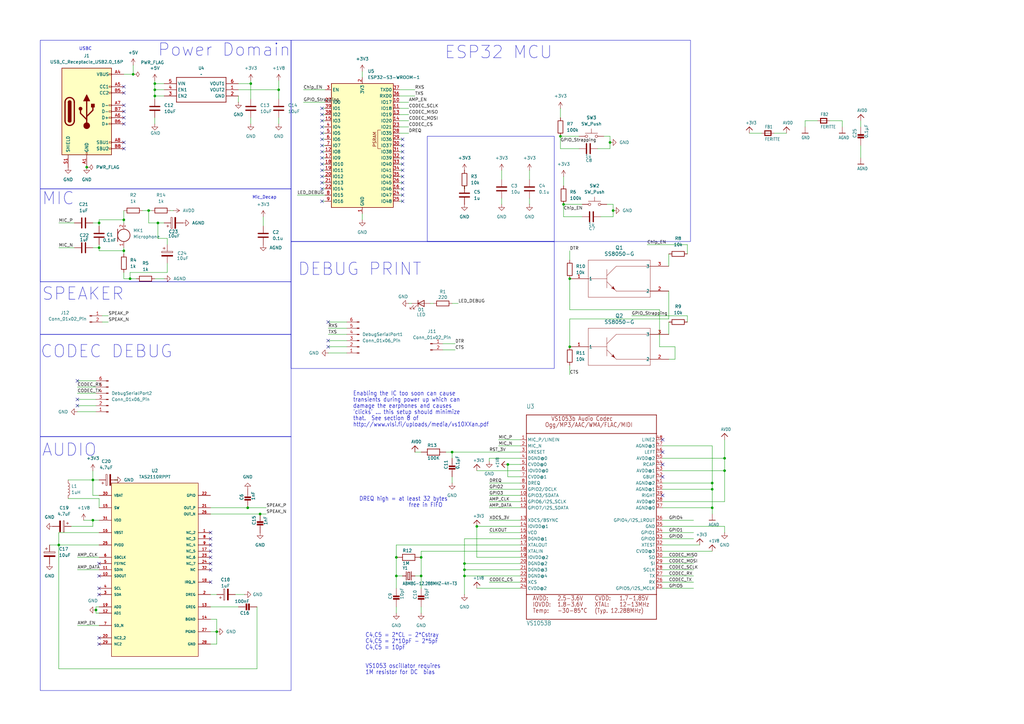
<source format=kicad_sch>
(kicad_sch (version 20231120) (generator "eeschema") (generator_version "8.0")
  (paper "A3")
  (junction (at 114.3 36.83))
  (junction (at 63.5 34.29))
  (junction (at 229.87 55.88))
  (junction (at 297.18 193.04))
  (junction (at 39.37 250.19))
  (junction (at 60.96 86.36))
  (junction (at 63.5 39.37))
  (junction (at 54.61 30.48))
  (junction (at 38.1 213.36))
  (junction (at 106.68 210.82))
  (junction (at 101.6 208.28))
  (junction (at 292.1 208.28))
  (junction (at 297.18 187.96))
  (junction (at 292.1 200.66))
  (junction (at 185.42 185.42))
  (junction (at 292.1 198.12))
  (junction (at 172.72 236.22))
  (junction (at 102.87 34.29))
  (junction (at 40.64 91.44))
  (junction (at 233.68 114.3))
  (junction (at 190.5 231.14))
  (junction (at 63.5 36.83))
  (junction (at 250.19 58.42))
  (junction (at 172.72 228.6))
  (junction (at 251.46 86.36))
  (junction (at 53.34 114.3))
  (junction (at 162.56 228.6))
  (junction (at 50.8 102.87))
  (junction (at 190.5 233.68))
  (junction (at 35.56 68.58))
  (junction (at 88.9 259.08))
  (junction (at 233.68 142.24))
  (junction (at 190.5 236.22))
  (junction (at 40.64 101.6))
  (junction (at 64.77 91.44))
  (junction (at 208.28 190.5))
  (junction (at 231.14 83.82))
  (junction (at 24.13 223.52))
  (junction (at 50.8 90.17))
  (junction (at 195.58 215.9))
  (junction (at 38.1 196.85))
  (junction (at 162.56 236.22))
  (no_connect (at 86.36 223.52))
  (no_connect (at 40.64 261.62))
  (no_connect (at 86.36 226.06))
  (no_connect (at 271.78 185.42))
  (no_connect (at 40.64 236.22))
  (no_connect (at 132.08 52.07))
  (no_connect (at 132.08 62.23))
  (no_connect (at 31.75 163.83))
  (no_connect (at 165.1 80.01))
  (no_connect (at 271.78 190.5))
  (no_connect (at 40.64 241.3))
  (no_connect (at 165.1 59.69))
  (no_connect (at 86.36 228.6))
  (no_connect (at 86.36 220.98))
  (no_connect (at 86.36 231.14))
  (no_connect (at 134.62 132.08))
  (no_connect (at 50.8 45.72))
  (no_connect (at 40.64 231.14))
  (no_connect (at 132.08 54.61))
  (no_connect (at 50.8 58.42))
  (no_connect (at 50.8 60.96))
  (no_connect (at 134.62 139.7))
  (no_connect (at 132.08 64.77))
  (no_connect (at 86.36 218.44))
  (no_connect (at 165.1 67.31))
  (no_connect (at 132.08 59.69))
  (no_connect (at 132.08 46.99))
  (no_connect (at 132.08 69.85))
  (no_connect (at 86.36 233.68))
  (no_connect (at 165.1 62.23))
  (no_connect (at 50.8 35.56))
  (no_connect (at 40.64 264.16))
  (no_connect (at 132.08 77.47))
  (no_connect (at 132.08 49.53))
  (no_connect (at 134.62 142.24))
  (no_connect (at 271.78 195.58))
  (no_connect (at 165.1 72.39))
  (no_connect (at 165.1 77.47))
  (no_connect (at 31.75 156.21))
  (no_connect (at 50.8 48.26))
  (no_connect (at 165.1 74.93))
  (no_connect (at 50.8 50.8))
  (no_connect (at 132.08 72.39))
  (no_connect (at 165.1 64.77))
  (no_connect (at 271.78 203.2))
  (no_connect (at 165.1 57.15))
  (no_connect (at 132.08 74.93))
  (no_connect (at 132.08 82.55))
  (no_connect (at 271.78 180.34))
  (no_connect (at 50.8 38.1))
  (no_connect (at 132.08 57.15))
  (no_connect (at 50.8 43.18))
  (no_connect (at 31.75 166.37))
  (no_connect (at 86.36 238.76))
  (no_connect (at 40.64 243.84))
  (no_connect (at 165.1 69.85))
  (no_connect (at 165.1 82.55))
  (no_connect (at 132.08 44.45))
  (no_connect (at 132.08 67.31))
  (wire (pts (xy 50.8 102.87) (xy 50.8 101.6)))
  (wire (pts (xy 185.42 185.42) (xy 185.42 187.96)) (stroke (width 0.1524)))
  (wire (pts (xy 245.11 60.96) (xy 250.19 60.96)))
  (wire (pts (xy 271.78 182.88) (xy 292.1 182.88)) (stroke (width 0.1524)))
  (wire (pts (xy 213.36 236.22) (xy 190.5 236.22)) (stroke (width 0.1524)))
  (wire (pts (xy 132.08 44.45) (xy 133.35 44.45)))
  (wire (pts (xy 68.58 107.95) (xy 68.58 111.76)))
  (wire (pts (xy 353.06 49.53) (xy 353.06 52.07)) (stroke (width 0.1524)))
  (wire (pts (xy 88.9 254) (xy 88.9 259.08)))
  (wire (pts (xy 271.78 200.66) (xy 292.1 200.66)) (stroke (width 0.1524)))
  (wire (pts (xy 132.08 72.39) (xy 133.35 72.39)))
  (wire (pts (xy 233.68 102.87) (xy 233.68 106.68)))
  (wire (pts (xy 233.68 130.81) (xy 274.32 130.81)))
  (wire (pts (xy 163.83 44.45) (xy 167.64 44.45)))
  (wire (pts (xy 38.1 196.85) (xy 38.1 203.2)))
  (wire (pts (xy 148.59 29.21) (xy 148.59 31.75)))
  (wire (pts (xy 271.78 236.22) (xy 284.48 236.22)) (stroke (width 0.1524)))
  (wire (pts (xy 50.8 90.17) (xy 50.8 91.44)))
  (wire (pts (xy 292.1 182.88) (xy 292.1 198.12)) (stroke (width 0.1524)))
  (wire (pts (xy 106.68 210.82) (xy 109.22 210.82)))
  (wire (pts (xy 24.13 91.44) (xy 30.48 91.44)))
  (wire (pts (xy 134.62 132.08) (xy 142.24 132.08)))
  (wire (pts (xy 163.83 72.39) (xy 165.1 72.39)))
  (wire (pts (xy 63.5 34.29) (xy 67.31 34.29)))
  (wire (pts (xy 163.83 46.99) (xy 167.64 46.99)))
  (wire (pts (xy 148.59 87.63) (xy 148.59 90.17)))
  (wire (pts (xy 163.83 64.77) (xy 165.1 64.77)))
  (wire (pts (xy 213.36 231.14) (xy 190.5 231.14)) (stroke (width 0.1524)))
  (wire (pts (xy 167.64 124.46) (xy 168.91 124.46)))
  (wire (pts (xy 53.34 111.76) (xy 68.58 111.76)))
  (wire (pts (xy 34.29 213.36) (xy 38.1 213.36)))
  (wire (pts (xy 213.36 238.76) (xy 200.66 238.76)) (stroke (width 0.1524)))
  (wire (pts (xy 40.64 91.44) (xy 40.64 90.17)))
  (wire (pts (xy 31.75 163.83) (xy 39.37 163.83)))
  (wire (pts (xy 250.19 58.42) (xy 250.19 55.88)))
  (wire (pts (xy 213.36 205.74) (xy 200.66 205.74)) (stroke (width 0.1524)))
  (wire (pts (xy 190.5 77.47) (xy 190.5 76.2)))
  (wire (pts (xy 24.13 101.6) (xy 30.48 101.6)))
  (wire (pts (xy 63.5 34.29) (xy 63.5 36.83)))
  (wire (pts (xy 297.18 193.04) (xy 297.18 205.74)) (stroke (width 0.1524)))
  (wire (pts (xy 297.18 187.96) (xy 297.18 193.04)) (stroke (width 0.1524)))
  (wire (pts (xy 40.64 101.6) (xy 40.64 102.87)))
  (wire (pts (xy 107.95 88.9) (xy 107.95 92.71)))
  (wire (pts (xy 38.1 215.9) (xy 38.1 213.36)))
  (wire (pts (xy 24.13 223.52) (xy 24.13 274.32)))
  (wire (pts (xy 229.87 55.88) (xy 229.87 60.96)))
  (wire (pts (xy 163.83 62.23) (xy 165.1 62.23)))
  (wire (pts (xy 114.3 48.26) (xy 114.3 50.8)))
  (wire (pts (xy 292.1 198.12) (xy 292.1 200.66)) (stroke (width 0.1524)))
  (wire (pts (xy 121.92 80.01) (xy 133.35 80.01)))
  (wire (pts (xy 31.75 156.21) (xy 39.37 156.21)))
  (wire (pts (xy 63.5 48.26) (xy 63.5 50.8)))
  (wire (pts (xy 101.6 208.28) (xy 109.22 208.28)))
  (wire (pts (xy 24.13 218.44) (xy 24.13 223.52)))
  (wire (pts (xy 60.96 86.36) (xy 60.96 91.44)))
  (wire (pts (xy 134.62 134.62) (xy 142.24 134.62)))
  (wire (pts (xy 27.94 204.47) (xy 40.64 204.47)))
  (wire (pts (xy 170.18 236.22) (xy 172.72 236.22)) (stroke (width 0.1524)))
  (wire (pts (xy 205.74 69.85) (xy 205.74 73.66)))
  (wire (pts (xy 88.9 259.08) (xy 88.9 264.16)))
  (wire (pts (xy 181.61 143.51) (xy 186.69 143.51)))
  (wire (pts (xy 50.8 86.36) (xy 50.8 90.17)))
  (wire (pts (xy 24.13 274.32) (xy 105.41 274.32)))
  (wire (pts (xy 20.32 223.52) (xy 24.13 223.52)))
  (wire (pts (xy 163.83 59.69) (xy 165.1 59.69)))
  (wire (pts (xy 132.08 64.77) (xy 133.35 64.77)))
  (wire (pts (xy 205.74 83.82) (xy 205.74 81.28)))
  (wire (pts (xy 250.19 55.88) (xy 247.65 55.88)))
  (wire (pts (xy 176.53 124.46) (xy 177.8 124.46)))
  (wire (pts (xy 213.36 198.12) (xy 200.66 198.12)) (stroke (width 0.1524)))
  (wire (pts (xy 63.5 114.3) (xy 67.31 114.3)))
  (wire (pts (xy 40.64 248.92) (xy 39.37 248.92)))
  (wire (pts (xy 190.5 236.22) (xy 190.5 243.84)) (stroke (width 0.1524)))
  (wire (pts (xy 213.36 233.68) (xy 190.5 233.68)) (stroke (width 0.1524)))
  (wire (pts (xy 40.64 102.87) (xy 50.8 102.87)))
  (wire (pts (xy 132.08 62.23) (xy 133.35 62.23)))
  (wire (pts (xy 163.83 67.31) (xy 165.1 67.31)))
  (wire (pts (xy 200.66 187.96) (xy 200.66 189.23)) (stroke (width 0.1524)))
  (wire (pts (xy 195.58 228.6) (xy 195.58 215.9)) (stroke (width 0.1524)))
  (wire (pts (xy 251.46 86.36) (xy 251.46 83.82)))
  (wire (pts (xy 132.08 77.47) (xy 133.35 77.47)))
  (wire (pts (xy 31.75 161.29) (xy 39.37 161.29)))
  (wire (pts (xy 353.06 59.69) (xy 353.06 64.77)) (stroke (width 0.1524)))
  (wire (pts (xy 345.44 49.53) (xy 345.44 52.07)) (stroke (width 0.1524)))
  (wire (pts (xy 97.79 36.83) (xy 114.3 36.83)))
  (wire (pts (xy 64.77 91.44) (xy 67.31 91.44)))
  (wire (pts (xy 86.36 248.92) (xy 97.79 248.92)))
  (wire (pts (xy 163.83 49.53) (xy 167.64 49.53)))
  (wire (pts (xy 63.5 33.02) (xy 63.5 34.29)))
  (wire (pts (xy 265.43 100.33) (xy 281.94 100.33)))
  (wire (pts (xy 163.83 54.61) (xy 167.64 54.61)))
  (wire (pts (xy 71.12 86.36) (xy 69.85 86.36)))
  (wire (pts (xy 162.56 223.52) (xy 162.56 228.6)) (stroke (width 0.1524)))
  (wire (pts (xy 114.3 33.02) (xy 114.3 36.83)))
  (wire (pts (xy 204.47 182.88) (xy 213.36 182.88)))
  (wire (pts (xy 41.91 129.54) (xy 44.45 129.54)))
  (wire (pts (xy 271.78 238.76) (xy 284.48 238.76)) (stroke (width 0.1524)))
  (wire (pts (xy 213.36 218.44) (xy 200.66 218.44)) (stroke (width 0.1524)))
  (wire (pts (xy 165.1 236.22) (xy 162.56 236.22)) (stroke (width 0.1524)))
  (wire (pts (xy 233.68 142.24) (xy 233.68 130.81)))
  (wire (pts (xy 68.58 100.33) (xy 68.58 97.79)))
  (wire (pts (xy 162.56 236.22) (xy 162.56 241.3)) (stroke (width 0.1524)))
  (wire (pts (xy 246.38 88.9) (xy 251.46 88.9)))
  (wire (pts (xy 86.36 210.82) (xy 106.68 210.82)))
  (wire (pts (xy 132.08 67.31) (xy 133.35 67.31)))
  (wire (pts (xy 132.08 57.15) (xy 133.35 57.15)))
  (wire (pts (xy 317.5 54.61) (xy 322.58 54.61)) (stroke (width 0.1524)))
  (wire (pts (xy 231.14 83.82) (xy 231.14 88.9)))
  (wire (pts (xy 271.78 228.6) (xy 284.48 228.6)) (stroke (width 0.1524)))
  (wire (pts (xy 172.72 236.22) (xy 172.72 241.3)) (stroke (width 0.1524)))
  (wire (pts (xy 229.87 55.88) (xy 237.49 55.88)))
  (wire (pts (xy 271.78 193.04) (xy 297.18 193.04)) (stroke (width 0.1524)))
  (wire (pts (xy 271.78 187.96) (xy 297.18 187.96)) (stroke (width 0.1524)))
  (wire (pts (xy 40.64 218.44) (xy 24.13 218.44)))
  (wire (pts (xy 259.08 129.54) (xy 281.94 129.54)))
  (wire (pts (xy 41.91 132.08) (xy 44.45 132.08)))
  (wire (pts (xy 163.83 57.15) (xy 165.1 57.15)))
  (wire (pts (xy 213.36 193.04) (xy 195.58 193.04)) (stroke (width 0.1524)))
  (wire (pts (xy 162.56 228.6) (xy 162.56 236.22)) (stroke (width 0.1524)))
  (wire (pts (xy 251.46 88.9) (xy 251.46 86.36)))
  (wire (pts (xy 86.36 254) (xy 88.9 254)))
  (wire (pts (xy 229.87 60.96) (xy 237.49 60.96)))
  (wire (pts (xy 102.87 48.26) (xy 102.87 50.8)))
  (wire (pts (xy 271.78 223.52) (xy 287.02 223.52)) (stroke (width 0.1524)))
  (wire (pts (xy 213.36 220.98) (xy 190.5 220.98)) (stroke (width 0.1524)))
  (wire (pts (xy 50.8 104.14) (xy 50.8 102.87)))
  (wire (pts (xy 40.64 92.71) (xy 40.64 91.44)))
  (wire (pts (xy 31.75 158.75) (xy 39.37 158.75)))
  (wire (pts (xy 63.5 36.83) (xy 67.31 36.83)))
  (wire (pts (xy 46.99 196.85) (xy 48.26 196.85)))
  (wire (pts (xy 63.5 39.37) (xy 63.5 40.64)))
  (wire (pts (xy 281.94 100.33) (xy 281.94 104.14)))
  (wire (pts (xy 40.64 90.17) (xy 50.8 90.17)))
  (wire (pts (xy 213.36 200.66) (xy 200.66 200.66)) (stroke (width 0.1524)))
  (wire (pts (xy 31.75 233.68) (xy 40.64 233.68)))
  (wire (pts (xy 233.68 149.86) (xy 233.68 153.67)))
  (wire (pts (xy 64.77 91.44) (xy 64.77 97.79)))
  (wire (pts (xy 271.78 208.28) (xy 292.1 208.28)) (stroke (width 0.1524)))
  (wire (pts (xy 134.62 144.78) (xy 142.24 144.78)))
  (wire (pts (xy 274.32 130.81) (xy 274.32 119.38)))
  (wire (pts (xy 208.28 195.58) (xy 208.28 190.5)) (stroke (width 0.1524)))
  (wire (pts (xy 40.64 196.85) (xy 38.1 196.85)))
  (wire (pts (xy 204.47 180.34) (xy 213.36 180.34)))
  (wire (pts (xy 231.14 88.9) (xy 238.76 88.9)))
  (wire (pts (xy 330.2 49.53) (xy 335.28 49.53)) (stroke (width 0.1524)))
  (wire (pts (xy 172.72 226.06) (xy 172.72 228.6)) (stroke (width 0.1524)))
  (wire (pts (xy 233.68 127) (xy 270.51 127)))
  (wire (pts (xy 271.78 226.06) (xy 292.1 226.06)) (stroke (width 0.1524)))
  (wire (pts (xy 271.78 220.98) (xy 284.48 220.98)) (stroke (width 0.1524)))
  (wire (pts (xy 40.64 101.6) (xy 40.64 100.33)))
  (wire (pts (xy 162.56 248.92) (xy 162.56 251.46)) (stroke (width 0.1524)))
  (wire (pts (xy 62.23 86.36) (xy 60.96 86.36)))
  (wire (pts (xy 213.36 241.3) (xy 195.58 241.3)) (stroke (width 0.1524)))
  (wire (pts (xy 132.08 74.93) (xy 133.35 74.93)))
  (wire (pts (xy 274.32 104.14) (xy 274.32 109.22)))
  (wire (pts (xy 213.36 190.5) (xy 208.28 190.5)) (stroke (width 0.1524)))
  (wire (pts (xy 271.78 198.12) (xy 292.1 198.12)) (stroke (width 0.1524)))
  (wire (pts (xy 276.86 142.24) (xy 276.86 147.32)))
  (wire (pts (xy 231.14 72.39) (xy 231.14 76.2)))
  (wire (pts (xy 60.96 91.44) (xy 64.77 91.44)))
  (wire (pts (xy 132.08 82.55) (xy 133.35 82.55)))
  (wire (pts (xy 31.75 166.37) (xy 39.37 166.37)))
  (wire (pts (xy 132.08 52.07) (xy 133.35 52.07)))
  (wire (pts (xy 213.36 185.42) (xy 185.42 185.42)) (stroke (width 0.1524)))
  (wire (pts (xy 97.79 39.37) (xy 97.79 41.91)))
  (wire (pts (xy 31.75 168.91) (xy 39.37 168.91)))
  (wire (pts (xy 29.21 215.9) (xy 38.1 215.9)))
  (wire (pts (xy 233.68 114.3) (xy 233.68 127)))
  (wire (pts (xy 213.36 187.96) (xy 200.66 187.96)) (stroke (width 0.1524)))
  (wire (pts (xy 132.08 59.69) (xy 133.35 59.69)))
  (wire (pts (xy 102.87 33.02) (xy 102.87 34.29)))
  (wire (pts (xy 213.36 223.52) (xy 162.56 223.52)) (stroke (width 0.1524)))
  (wire (pts (xy 190.5 220.98) (xy 190.5 231.14)) (stroke (width 0.1524)))
  (wire (pts (xy 132.08 54.61) (xy 133.35 54.61)))
  (wire (pts (xy 63.5 39.37) (xy 67.31 39.37)))
  (wire (pts (xy 31.75 256.54) (xy 40.64 256.54)))
  (wire (pts (xy 281.94 129.54) (xy 281.94 132.08)))
  (wire (pts (xy 163.83 80.01) (xy 165.1 80.01)))
  (wire (pts (xy 163.83 74.93) (xy 165.1 74.93)))
  (wire (pts (xy 40.64 251.46) (xy 39.37 251.46)))
  (wire (pts (xy 271.78 213.36) (xy 284.48 213.36)) (stroke (width 0.1524)))
  (wire (pts (xy 53.34 114.3) (xy 53.34 111.76)))
  (wire (pts (xy 132.08 69.85) (xy 133.35 69.85)))
  (wire (pts (xy 54.61 26.67) (xy 54.61 30.48)))
  (wire (pts (xy 124.46 36.83) (xy 133.35 36.83)))
  (wire (pts (xy 86.36 264.16) (xy 88.9 264.16)))
  (wire (pts (xy 24.13 223.52) (xy 40.64 223.52)))
  (wire (pts (xy 114.3 36.83) (xy 114.3 40.64)))
  (wire (pts (xy 39.37 248.92) (xy 39.37 250.19)))
  (wire (pts (xy 270.51 127) (xy 270.51 142.24)))
  (wire (pts (xy 217.17 83.82) (xy 217.17 81.28)))
  (wire (pts (xy 250.19 60.96) (xy 250.19 58.42)))
  (wire (pts (xy 292.1 200.66) (xy 292.1 208.28)) (stroke (width 0.1524)))
  (wire (pts (xy 134.62 139.7) (xy 142.24 139.7)))
  (wire (pts (xy 63.5 36.83) (xy 63.5 39.37)))
  (wire (pts (xy 134.62 137.16) (xy 142.24 137.16)))
  (wire (pts (xy 163.83 39.37) (xy 170.18 39.37)))
  (wire (pts (xy 163.83 52.07) (xy 167.64 52.07)))
  (wire (pts (xy 163.83 36.83) (xy 170.18 36.83)))
  (wire (pts (xy 213.36 208.28) (xy 200.66 208.28)) (stroke (width 0.1524)))
  (wire (pts (xy 276.86 147.32) (xy 274.32 147.32)))
  (wire (pts (xy 185.42 185.42) (xy 182.88 185.42)) (stroke (width 0.1524)))
  (wire (pts (xy 217.17 69.85) (xy 217.17 73.66)))
  (wire (pts (xy 292.1 208.28) (xy 292.1 210.82)) (stroke (width 0.1524)))
  (wire (pts (xy 38.1 193.04) (xy 38.1 196.85)))
  (wire (pts (xy 27.94 196.85) (xy 38.1 196.85)))
  (wire (pts (xy 132.08 46.99) (xy 133.35 46.99)))
  (wire (pts (xy 60.96 86.36) (xy 58.42 86.36)))
  (wire (pts (xy 163.83 82.55) (xy 165.1 82.55)))
  (wire (pts (xy 172.72 185.42) (xy 170.18 185.42)) (stroke (width 0.1524)))
  (wire (pts (xy 213.36 195.58) (xy 208.28 195.58)) (stroke (width 0.1524)))
  (wire (pts (xy 213.36 226.06) (xy 172.72 226.06)) (stroke (width 0.1524)))
  (wire (pts (xy 271.78 215.9) (xy 297.18 215.9)) (stroke (width 0.1524)))
  (wire (pts (xy 163.83 41.91) (xy 167.64 41.91)))
  (wire (pts (xy 132.08 49.53) (xy 133.35 49.53)))
  (wire (pts (xy 229.87 44.45) (xy 229.87 48.26)))
  (wire (pts (xy 172.72 248.92) (xy 172.72 251.46)) (stroke (width 0.1524)))
  (wire (pts (xy 340.36 49.53) (xy 345.44 49.53)) (stroke (width 0.1524)))
  (wire (pts (xy 39.37 251.46) (xy 39.37 250.19)))
  (wire (pts (xy 270.51 142.24) (xy 276.86 142.24)))
  (wire (pts (xy 31.75 228.6) (xy 40.64 228.6)))
  (wire (pts (xy 190.5 233.68) (xy 190.5 236.22)) (stroke (width 0.1524)))
  (wire (pts (xy 86.36 259.08) (xy 88.9 259.08)))
  (wire (pts (xy 271.78 241.3) (xy 284.48 241.3)) (stroke (width 0.1524)))
  (wire (pts (xy 297.18 215.9) (xy 297.18 218.44)) (stroke (width 0.1524)))
  (wire (pts (xy 251.46 83.82) (xy 248.92 83.82)))
  (wire (pts (xy 86.36 243.84) (xy 88.9 243.84)))
  (wire (pts (xy 271.78 218.44) (xy 284.48 218.44)) (stroke (width 0.1524)))
  (wire (pts (xy 297.18 180.34) (xy 297.18 187.96)) (stroke (width 0.1524)))
  (wire (pts (xy 213.36 228.6) (xy 195.58 228.6)) (stroke (width 0.1524)))
  (wire (pts (xy 190.5 231.14) (xy 190.5 233.68)) (stroke (width 0.1524)))
  (wire (pts (xy 50.8 111.76) (xy 50.8 114.3)))
  (wire (pts (xy 213.36 215.9) (xy 195.58 215.9)) (stroke (width 0.1524)))
  (wire (pts (xy 185.42 124.46) (xy 187.96 124.46)))
  (wire (pts (xy 53.34 114.3) (xy 55.88 114.3)))
  (wire (pts (xy 40.64 208.28) (xy 40.64 204.47)))
  (wire (pts (xy 185.42 195.58) (xy 185.42 198.12)) (stroke (width 0.1524)))
  (wire (pts (xy 307.34 54.61) (xy 312.42 54.61)) (stroke (width 0.1524)))
  (wire (pts (xy 96.52 243.84) (xy 100.33 243.84)))
  (wire (pts (xy 50.8 114.3) (xy 53.34 114.3)))
  (wire (pts (xy 38.1 203.2) (xy 40.64 203.2)))
  (wire (pts (xy 134.62 142.24) (xy 142.24 142.24)))
  (wire (pts (xy 54.61 30.48) (xy 50.8 30.48)))
  (wire (pts (xy 271.78 233.68) (xy 284.48 233.68)) (stroke (width 0.1524)))
  (wire (pts (xy 271.78 205.74) (xy 297.18 205.74)) (stroke (width 0.1524)))
  (wire (pts (xy 163.83 69.85) (xy 165.1 69.85)))
  (wire (pts (xy 38.1 91.44) (xy 40.64 91.44)))
  (wire (pts (xy 68.58 97.79) (xy 64.77 97.79)))
  (wire (pts (xy 330.2 52.07) (xy 330.2 49.53)) (stroke (width 0.1524)))
  (wire (pts (xy 124.46 41.91) (xy 133.35 41.91)))
  (wire (pts (xy 163.83 77.47) (xy 165.1 77.47)))
  (wire (pts (xy 102.87 34.29) (xy 102.87 40.64)))
  (wire (pts (xy 38.1 213.36) (xy 40.64 213.36)))
  (wire (pts (xy 271.78 231.14) (xy 284.48 231.14)) (stroke (width 0.1524)))
  (wire (pts (xy 274.32 132.08) (xy 274.32 137.16)))
  (wire (pts (xy 213.36 213.36) (xy 200.66 213.36)) (stroke (width 0.1524)))
  (wire (pts (xy 86.36 208.28) (xy 101.6 208.28)))
  (wire (pts (xy 97.79 34.29) (xy 102.87 34.29)))
  (wire (pts (xy 105.41 248.92) (xy 105.41 274.32)))
  (wire (pts (xy 231.14 83.82) (xy 238.76 83.82)))
  (wire (pts (xy 181.61 140.97) (xy 186.69 140.97)))
  (wire (pts (xy 38.1 101.6) (xy 40.64 101.6)))
  (wire (pts (xy 172.72 228.6) (xy 172.72 236.22)) (stroke (width 0.1524)))
  (wire (pts (xy 213.36 203.2) (xy 200.66 203.2)) (stroke (width 0.1524)))
  (rectangle (start 16.51 77.47) (end 119.38 115.57))
  (rectangle (start 16.51 179.07) (end 119.38 283.21))
  (rectangle (start 119.38 16.51) (end 283.21 99.06))
  (rectangle (start 16.51 115.57) (end 119.38 137.16))
  (rectangle (start 16.51 137.16) (end 119.38 179.07))
  (rectangle (start 16.51 16.51) (end 119.38 77.47))
  (rectangle (start 119.38 99.06) (end 227.33 151.13))
  (rectangle (start 175.26 55.88) (end 227.33 99.06))
  (rectangle (start 16.51 106.68) (end 16.51 115.57))
  (text "VS1053 oscillator requires" (at 149.86 274.32 0) (effects (font (size 1.778 1.5113)) (justify left bottom)))
  (text "SPEAKER" (at 34.036 120.65 0) (effects (font (size 5.08 5.08))))
  (text "AUDIO\n" (at 28.448 184.658 0) (effects (font (size 5.08 5.08))))
  (text "Mic_Decap" (at 108.458 81.026 0) (effects (font (size 1.27 1.27))))
  (text "Power Domain" (at 91.948 20.574 0) (effects (font (size 5.08 5.08))))
  (text "transients during power up which can" (at 144.78 165.1 0) (effects (font (size 1.778 1.5113)) (justify left bottom)))
  (text "DREQ high = at least 32 bytes" (at 147.32 205.74 0) (effects (font (size 1.778 1.5113)) (justify left bottom)))
  (text "C4,C5 = 2*CL - 2*Cstray" (at 149.86 261.62 0) (effects (font (size 1.778 1.5113)) (justify left bottom)))
  (text "Enabling the IC too soon can cause" (at 144.78 162.56 0) (effects (font (size 1.778 1.5113)) (justify left bottom)))
  (text "CODEC DEBUG" (at 43.688 144.272 0) (effects (font (size 5.08 5.08))))
  (text "USBC" (at 35.052 20.066 0) (effects (font (size 1.27 1.27))))
  (text "ESP32 MCU" (at 204.47 21.59 0) (effects (font (size 5.08 5.08))))
  (text "MIC" (at 23.876 81.534 0) (effects (font (size 5.08 5.08))))
  (text "1M resistor for DC  bias" (at 149.86 276.86 0) (effects (font (size 1.778 1.5113)) (justify left bottom)))
  (text "C4,C5 = 2*10pF - 2*5pF" (at 149.86 264.16 0) (effects (font (size 1.778 1.5113)) (justify left bottom)))
  (text "C4,C5 = 10pF" (at 149.86 266.7 0) (effects (font (size 1.778 1.5113)) (justify left bottom)))
  (text "'clicks' ... this setup should minimize" (at 144.78 170.18 0) (effects (font (size 1.778 1.5113)) (justify left bottom)))
  (text "free in FIFO" (at 167.64 208.28 0) (effects (font (size 1.778 1.5113)) (justify left bottom)))
  (text "DEBUG PRINT" (at 147.574 110.49 0) (effects (font (size 5.08 5.08))))
  (text "http://www.vlsi.fi/uploads/media/vs10XXan.pdf" (at 144.78 175.26 0) (effects (font (size 1.778 1.5113)) (justify left bottom)))
  (text "that.  See section 8 of" (at 144.78 172.72 0) (effects (font (size 1.778 1.5113)) (justify left bottom)))
  (text "damage the earphones and causes" (at 144.78 167.64 0) (effects (font (size 1.778 1.5113)) (justify left bottom)))
  (label "GPIO1" (at 274.32 218.44 0) (effects (font (size 1.2446 1.2446))))
  (label "GPIO2" (at 200.66 200.66 0) (effects (font (size 1.2446 1.2446))))
  (label "CODEC_MISO" (at 167.64 46.99 0))
  (label "DREQ" (at 200.66 198.12 0) (effects (font (size 1.2446 1.2446))))
  (label "CTS" (at 186.69 143.51 0))
  (label "DTR" (at 186.69 140.97 0))
  (label "CODEC_TX" (at 31.75 161.29 0))
  (label "CODEC_SCLK" (at 274.32 233.68 0) (effects (font (size 1.2446 1.2446))))
  (label "TXS" (at 170.18 39.37 0))
  (label "GPIO_Strapping" (at 229.87 58.42 0))
  (label "Chip_EN" (at 124.46 36.83 0))
  (label "CODEC_RX" (at 274.32 236.22 0) (effects (font (size 1.2446 1.2446))))
  (label "CODEC_TX" (at 274.32 238.76 0) (effects (font (size 1.2446 1.2446))))
  (label "AMP_CLK" (at 31.75 228.6 0) (effects (font (size 1.2446 1.2446))))
  (label "SPEAK_N" (at 44.45 132.08 0))
  (label "DREQ" (at 167.64 54.61 0))
  (label "XDCS_3V" (at 200.66 213.36 0) (effects (font (size 1.2446 1.2446))))
  (label "AMP_EN" (at 31.75 256.54 0))
  (label "CTS" (at 233.68 153.67 0))
  (label "MIC_P" (at 24.13 91.44 0))
  (label "LED_DEBUG" (at 121.92 80.01 0))
  (label "AMP_EN" (at 167.64 41.91 0))
  (label "RXS" (at 134.62 134.62 0))
  (label "GPIO3" (at 200.66 203.2 0) (effects (font (size 1.2446 1.2446))))
  (label "MIC_N" (at 24.13 101.6 0))
  (label "CODEC_MISO" (at 274.32 228.6 0) (effects (font (size 1.2446 1.2446))))
  (label "Chip_EN" (at 231.14 86.36 0))
  (label "CODEC_CS" (at 200.66 238.76 0) (effects (font (size 1.2446 1.2446))))
  (label "CODEC_SCLK" (at 167.64 44.45 0))
  (label "GPIO4" (at 274.32 213.36 0) (effects (font (size 1.2446 1.2446))))
  (label "GPIO_Strapping" (at 124.46 41.91 0))
  (label "Chip_EN" (at 265.43 100.33 0))
  (label "GPIO0" (at 274.32 220.98 0) (effects (font (size 1.2446 1.2446))))
  (label "CODEC_CS" (at 167.64 52.07 0))
  (label "RST_3V" (at 200.66 185.42 0) (effects (font (size 1.2446 1.2446))))
  (label "CODEC_MOSI" (at 274.32 231.14 0) (effects (font (size 1.2446 1.2446))))
  (label "LED_DEBUG" (at 187.96 124.46 0))
  (label "SPEAK_P" (at 44.45 129.54 0))
  (label "AMP_DATA" (at 200.66 208.28 0) (effects (font (size 1.2446 1.2446))))
  (label "MIC_N" (at 204.47 182.88 0) (effects (font (size 1.2446 1.2446))))
  (label "SPEAK_P" (at 109.22 208.28 0) (effects (font (size 1.2446 1.2446))))
  (label "DTR" (at 233.68 102.87 0))
  (label "CLKOUT" (at 200.66 218.44 0) (effects (font (size 1.2446 1.2446))))
  (label "TXS" (at 134.62 137.16 0))
  (label "RXS" (at 170.18 36.83 0))
  (label "GPIO5" (at 274.32 241.3 0) (effects (font (size 1.2446 1.2446))))
  (label "CODEC_MOSI" (at 167.64 49.53 0))
  (label "AMP_CLK" (at 200.66 205.74 0) (effects (font (size 1.2446 1.2446))))
  (label "MIC_P" (at 204.47 180.34 0) (effects (font (size 1.2446 1.2446))))
  (label "SPEAK_N" (at 109.22 210.82 0) (effects (font (size 1.2446 1.2446))))
  (label "AMP_DATA" (at 31.75 233.68 0) (effects (font (size 1.2446 1.2446))))
  (label "GPIO_Strapping" (at 259.08 129.54 0))
  (label "CODEC_RX" (at 31.75 158.75 0))
  (symbol (lib_id "Adafruit VS1053 Breakout-eagle-import:AVDD") (at 297.18 177.8 0) (unit 1)
    (property "Reference" "#U$014" (effects (hide yes)))
    (property "Value" "AVDD" (at 295.656 176.784 0) (effects (font (size 1.27 1.0795)) (justify left bottom)))
  )
  (symbol (lib_id "power:GND") (at 134.62 144.78 270) (unit 1)
    (property "Reference" "#PWR021" (effects (hide yes)))
    (property "Value" "GND" (at 130.81 144.7799 90) (effects (justify right)))
    (property "Description" "Power symbol creates a global label with name \"GND\" , ground" (effects (hide yes)))
  )
  (symbol (lib_id "power:GND") (at 27.94 68.58 0) (unit 1)
    (property "Reference" "#PWR02" (effects (hide yes)))
    (property "Value" "GND" (at 27.94 73.66 0))
    (property "Description" "Power symbol creates a global label with name \"GND\" , ground" (effects (hide yes)))
  )
  (symbol (lib_id "Adafruit VS1053 Breakout-eagle-import:AGND") (at 292.1 213.36 0) (unit 1)
    (property "Reference" "#U$012" (effects (hide yes)))
    (property "Value" "AGND" (at 290.576 215.9 0) (effects (font (size 1.27 1.0795)) (justify left bottom)))
  )
  (symbol (lib_id "Device:C") (at 241.3 60.96 90) (unit 1)
    (property "Reference" "C8" (at 241.554 65.786 90))
    (property "Value" "1u" (at 241.3 64.008 90))
    (property "Footprint" "Capacitor_SMD:C_0805_2012Metric_Pad1.18x1.45mm_HandSolder" (effects (hide yes)))
    (property "Description" "Unpolarized capacitor" (effects (hide yes)))
  )
  (symbol (lib_id "power:GND") (at 114.3 50.8 0) (unit 1)
    (property "Reference" "#PWR038" (effects (hide yes)))
    (property "Value" "GND" (at 114.3 55.88 0))
    (property "Description" "Power symbol creates a global label with name \"GND\" , ground" (effects (hide yes)))
  )
  (symbol (lib_id "Device:C") (at 114.3 44.45 0) (unit 1)
    (property "Reference" "C14" (at 118.11 43.1799 0) (effects (justify left)))
    (property "Value" "10uF" (at 118.11 45.7199 0) (effects (justify left)))
    (property "Footprint" "Capacitor_SMD:C_0805_2012Metric_Pad1.18x1.45mm_HandSolder" (effects (hide yes)))
    (property "Description" "Unpolarized capacitor" (effects (hide yes)))
  )
  (symbol (lib_id "power:PWR_FLAG") (at 35.56 68.58 270) (unit 1)
    (property "Reference" "#FLG03" (effects (hide yes)))
    (property "Value" "PWR_FLAG" (at 39.37 68.5799 90) (effects (justify left)))
    (property "Description" "Special symbol for telling ERC where power comes from" (effects (hide yes)))
  )
  (symbol (lib_id "power:GND") (at 39.37 250.19 270) (unit 1)
    (property "Reference" "#PWR043" (effects (hide yes)))
    (property "Value" "GND" (at 38.1 246.38 90))
    (property "Description" "Power symbol creates a global label with name \"GND\" , ground" (effects (hide yes)))
  )
  (symbol (lib_id "Device:C_Polarized") (at 44.45 196.85 90) (unit 1)
    (property "Reference" "C20" (at 43.561 189.23 90))
    (property "Value" "4.7uF" (at 43.561 191.77 90))
    (property "Footprint" "Capacitor_SMD:CP_Elec_5x5.4" (effects (hide yes)))
    (property "Description" "Polarized capacitor" (effects (hide yes)))
  )
  (symbol (lib_id "Device:R") (at 50.8 107.95 0) (unit 1)
    (property "Reference" "R4" (at 53.34 106.6799 0) (effects (justify left)))
    (property "Value" "1k" (at 53.34 109.2199 0) (effects (justify left)))
    (property "Footprint" "Capacitor_SMD:C_0805_2012Metric_Pad1.18x1.45mm_HandSolder" (effects (hide yes)))
    (property "Description" "Resistor" (effects (hide yes)))
  )
  (symbol (lib_id "Adafruit VS1053 Breakout-eagle-import:CAP_CERAMIC_0805MP") (at 101.6 205.74 0) (unit 1)
    (property "Reference" "C6" (at 99.81 205.2 90) (effects (justify left bottom)))
    (property "Value" "1nF" (at 104.6 205.2 90) (effects (justify left bottom)))
    (property "Footprint" "Capacitor_SMD:C_0805_2012Metric_Pad1.18x1.45mm_HandSolder" (effects (hide yes)))
  )
  (symbol (lib_id "Adafruit VS1053 Breakout-eagle-import:1.8V") (at 292.1 223.52 0) (unit 1)
    (property "Reference" "#U$013" (effects (hide yes)))
    (property "Value" "+1V8" (at 290.576 222.504 0) (effects (font (size 1.27 1.0795)) (justify left bottom)))
  )
  (symbol (lib_id "power:+3V3") (at 231.14 72.39 0) (unit 1)
    (property "Reference" "#PWR034" (effects (hide yes)))
    (property "Value" "+3V3" (at 231.14 67.31 0))
    (property "Description" "Power symbol creates a global label with name \"+3V3\"" (effects (hide yes)))
  )
  (symbol (lib_id "power:+3V3") (at 190.5 69.85 0) (unit 1)
    (property "Reference" "#PWR032" (effects (hide yes)))
    (property "Value" "+3V3" (at 190.5 64.77 0))
    (property "Description" "Power symbol creates a global label with name \"+3V3\"" (effects (hide yes)))
  )
  (symbol (lib_id "Device:LED") (at 172.72 124.46 0) (unit 1)
    (property "Reference" "D1" (at 172.72 127 0))
    (property "Value" "LED" (at 172.72 129.032 0))
    (property "Footprint" "LED_SMD:LED_0805_2012Metric_Pad1.15x1.40mm_HandSolder" (effects (hide yes)))
    (property "Description" "Light emitting diode" (effects (hide yes)))
  )
  (symbol (lib_id "Device:R") (at 229.87 52.07 0) (unit 1)
    (property "Reference" "R7" (at 232.41 50.7999 0) (effects (justify left)))
    (property "Value" "100k" (at 232.41 53.3399 0) (effects (justify left)))
    (property "Footprint" "Resistor_SMD:R_0805_2012Metric_Pad1.20x1.40mm_HandSolder" (effects (hide yes)))
    (property "Description" "Resistor" (effects (hide yes)))
  )
  (symbol (lib_id "Adafruit VS1053 Breakout-eagle-import:3.3V") (at 287.02 220.98 0) (unit 1)
    (property "Reference" "#U$011" (effects (hide yes)))
    (property "Value" "+3V3" (at 285.496 219.964 0) (effects (font (size 1.27 1.0795)) (justify left bottom)))
  )
  (symbol (lib_id "power:PWR_FLAG") (at 54.61 30.48 270) (unit 1)
    (property "Reference" "#FLG01" (effects (hide yes)))
    (property "Value" "PWR_FLAG" (at 57.658 25.654 90) (effects (justify left)))
    (property "Description" "Special symbol for telling ERC where power comes from" (effects (hide yes)))
  )
  (symbol (lib_id "power:GND") (at 74.93 91.44 90) (unit 1)
    (property "Reference" "#PWR046" (effects (hide yes)))
    (property "Value" "AGND" (at 78.74 91.4399 90) (effects (justify right)))
    (property "Description" "Power symbol creates a global label with name \"GND\" , ground" (effects (hide yes)))
  )
  (symbol (lib_id "Adafruit VS1053 Breakout-eagle-import:VREG_SOT23-6_DUALAP7312") (at 82.55 36.83 0) (unit 1)
    (property "Reference" "U4" (at 82.55 27.94 0) (effects (font (size 1.27 1.0795))))
    (property "Value" "~" (at 82.55 30.48 0) (effects (font (size 1.27 1.0795))))
    (property "Footprint" "regulator:TSOT-23-6_D6_MCH" (effects (hide yes)))
    (property "Description" "Dual Output SOT23-6 Linear Regulators\n\nDiodes Inc. AP7312 - Dual 150mA LDO Linear Regulator\n\n0.2V dropout, 150mA output, 2-6V Input\n\n• AP7312-1833W6-7 - 1.8V/3.3V SOT23-6 (Digikey: AP7312-1833W6-7DICT-ND)\n\nMIC5320 - Dual 150mA ULDO Linear Regulator\n\nUltra-low 35mV dropout at 150mA, 2.3-5.5V Input\n\n• 3.3V/1.8V SOT23-6 (Digikey: 576-1658-1-ND)\n• 3.3V/1.5V SOT23-6 (Digikey: 576-3483-1-ND)" (effects (hide yes)))
  )
  (symbol (lib_id "power:+3V3") (at 229.87 44.45 0) (unit 1)
    (property "Reference" "#PWR022" (effects (hide yes)))
    (property "Value" "+3V3" (at 229.87 39.37 0))
    (property "Description" "Power symbol creates a global label with name \"+3V3\"" (effects (hide yes)))
  )
  (symbol (lib_id "Device:R") (at 233.68 110.49 180) (unit 1)
    (property "Reference" "R10" (at 236.22 109.2199 0) (effects (justify right)))
    (property "Value" "10k" (at 236.22 111.7599 0) (effects (justify right)))
    (property "Footprint" "Resistor_SMD:R_0805_2012Metric_Pad1.20x1.40mm_HandSolder" (effects (hide yes)))
    (property "Description" "Resistor" (effects (hide yes)))
  )
  (symbol (lib_id "Connector:Conn_01x06_Pin") (at 147.32 139.7 180) (unit 1)
    (property "Reference" "DebugSerialPort1" (at 148.59 137.1599 0) (effects (justify right)))
    (property "Value" "Conn_01x06_Pin" (at 148.59 139.6999 0) (effects (justify right)))
    (property "Footprint" "Connector_PinHeader_2.54mm:PinHeader_1x06_P2.54mm_Vertical" (effects (hide yes)))
    (property "Description" "Generic connector, single row, 01x06, script generated" (effects (hide yes)))
  )
  (symbol (lib_id "Adafruit VS1053 Breakout-eagle-import:3.3V") (at 195.58 213.36 0) (unit 1)
    (property "Reference" "#U$07" (effects (hide yes)))
    (property "Value" "+3V3" (at 194.056 212.344 0) (effects (font (size 1.27 1.0795)) (justify left bottom)))
  )
  (symbol (lib_id "Device:C") (at 34.29 101.6 90) (unit 1)
    (property "Reference" "C22" (at 34.544 96.52 90))
    (property "Value" "1uF" (at 34.544 98.298 90))
    (property "Footprint" "Capacitor_SMD:C_0805_2012Metric_Pad1.18x1.45mm_HandSolder" (effects (hide yes)))
    (property "Description" "Unpolarized capacitor" (effects (hide yes)))
  )
  (symbol (lib_id "Device:C_Polarized") (at 20.32 227.33 0) (unit 1)
    (property "Reference" "C17" (at 24.13 225.1709 0) (effects (justify left)))
    (property "Value" "10uF" (at 24.13 227.7109 0) (effects (justify left)))
    (property "Footprint" "Capacitor_SMD:CP_Elec_6.3x5.4" (effects (hide yes)))
    (property "Description" "Polarized capacitor" (effects (hide yes)))
  )
  (symbol (lib_id "Adafruit VS1053 Breakout-eagle-import:RESISTOR_0805MP") (at 177.8 185.42 0) (unit 1)
    (property "Reference" "R13" (at 175.26 183.388 0) (effects (justify left bottom)))
    (property "Value" "100K" (at 175.26 188.595 0) (effects (justify left bottom)))
    (property "Footprint" "Resistor_SMD:R_0805_2012Metric_Pad1.20x1.40mm_HandSolder" (effects (hide yes)))
  )
  (symbol (lib_id "Device:R") (at 231.14 80.01 0) (unit 1)
    (property "Reference" "R6" (at 233.68 78.7399 0) (effects (justify left)))
    (property "Value" "100k" (at 233.68 81.2799 0) (effects (justify left)))
    (property "Footprint" "Resistor_SMD:R_0805_2012Metric_Pad1.20x1.40mm_HandSolder" (effects (hide yes)))
    (property "Description" "Resistor" (effects (hide yes)))
  )
  (symbol (lib_id "power:GND") (at 100.33 243.84 90) (unit 1)
    (property "Reference" "#PWR031" (effects (hide yes)))
    (property "Value" "GND" (at 103.632 243.84 90) (effects (justify right)))
    (property "Description" "Power symbol creates a global label with name \"GND\" , ground" (effects (hide yes)))
  )
  (symbol (lib_id "power:GND") (at 67.31 114.3 90) (unit 1)
    (property "Reference" "#PWR045" (effects (hide yes)))
    (property "Value" "AGND" (at 71.12 114.2999 90) (effects (justify right)))
    (property "Description" "Power symbol creates a global label with name \"GND\" , ground" (effects (hide yes)))
  )
  (symbol (lib_id "Adafruit VS1053 Breakout-eagle-import:FERRITE_0805MP") (at 337.82 49.53 0) (unit 1)
    (property "Reference" "FB2" (at 336.55 47.625 0) (effects (font (size 1.27 1.0795)) (justify left bottom)))
    (property "Value" "FERITTE" (at 336.55 52.705 0) (effects (font (size 1.27 1.0795)) (justify left bottom)))
    (property "Footprint" "Inductor_SMD:L_Walsin_WLFM201209x" (effects (hide yes)))
  )
  (symbol (lib_id "Switch:SW_Push") (at 242.57 55.88 0) (unit 1)
    (property "Reference" "SW3" (at 242.57 48.26 0))
    (property "Value" "SW_Push" (at 242.57 50.8 0))
    (property "Footprint" "Button_Switch_THT:SW_PUSH_6mm_H4.3mm" (effects (hide yes)))
    (property "Description" "Push button switch, generic, two pins" (effects (hide yes)))
  )
  (symbol (lib_id "power:GND") (at 101.6 200.66 180) (unit 1)
    (property "Reference" "#PWR07" (effects (hide yes)))
    (property "Value" "GND" (at 101.6 195.58 0))
    (property "Description" "Power symbol creates a global label with name \"GND\" , ground" (effects (hide yes)))
  )
  (symbol (lib_id "Device:R") (at 181.61 124.46 90) (unit 1)
    (property "Reference" "R1" (at 181.61 119.634 90))
    (property "Value" "220" (at 181.61 121.92 90))
    (property "Footprint" "Resistor_SMD:R_0805_2012Metric_Pad1.20x1.40mm_HandSolder" (effects (hide yes)))
    (property "Description" "Resistor" (effects (hide yes)))
  )
  (symbol (lib_id "Connector:Conn_01x02_Pin") (at 36.83 129.54 0) (unit 1)
    (property "Reference" "J12" (at 26.67 128.27 0))
    (property "Value" "Conn_01x02_Pin" (at 27.686 130.81 0))
    (property "Footprint" "Connector_PinHeader_1.00mm:PinHeader_1x02_P1.00mm_Vertical_SMD_Pin1Left" (effects (hide yes)))
    (property "Description" "Generic connector, single row, 01x02, script generated" (effects (hide yes)))
  )
  (symbol (lib_id "Adafruit VS1053 Breakout-eagle-import:CAP_CERAMIC_0805MP") (at 102.87 248.92 90) (unit 1)
    (property "Reference" "C16" (at 102.33 250.71 90) (effects (justify left bottom)))
    (property "Value" "100nF" (at 102.33 245.92 90) (effects (justify left bottom)))
    (property "Footprint" "Capacitor_SMD:C_0805_2012Metric_Pad1.18x1.45mm_HandSolder" (effects (hide yes)))
  )
  (symbol (lib_id "Adafruit VS1053 Breakout-eagle-import:VS1053B") (at 241.3 210.82 0) (unit 1)
    (property "Reference" "U3" (at 215.9 167.64 0) (effects (font (size 1.778 1.5113)) (justify left bottom)))
    (property "Value" "VS1053B" (at 215.9 256.54 0) (effects (font (size 1.778 1.5113)) (justify left bottom)))
    (property "Footprint" "codec:LQFP48-0.5-7X7MM" (effects (hide yes)))
  )
  (symbol (lib_id "Switch:SW_Push") (at 243.84 83.82 0) (unit 1)
    (property "Reference" "SW2" (at 243.84 76.2 0))
    (property "Value" "SW_Push" (at 243.84 78.74 0))
    (property "Footprint" "Button_Switch_THT:SW_PUSH_6mm_H4.3mm" (effects (hide yes)))
    (property "Description" "Push button switch, generic, two pins" (effects (hide yes)))
  )
  (symbol (lib_id "power:+3V3") (at 205.74 69.85 0) (unit 1)
    (property "Reference" "#PWR011" (effects (hide yes)))
    (property "Value" "+3V3" (at 205.74 64.77 0))
    (property "Description" "Power symbol creates a global label with name \"+3V3\"" (effects (hide yes)))
  )
  (symbol (lib_id "Device:R") (at 66.04 86.36 90) (unit 1)
    (property "Reference" "R14" (at 66.04 80.01 90))
    (property "Value" "1k" (at 66.04 82.55 90))
    (property "Footprint" "Capacitor_SMD:C_0805_2012Metric_Pad1.18x1.45mm_HandSolder" (effects (hide yes)))
    (property "Description" "Resistor" (effects (hide yes)))
  )
  (symbol (lib_id "power:+5V") (at 54.61 26.67 0) (unit 1)
    (property "Reference" "#PWR03" (effects (hide yes)))
    (property "Value" "+5V" (at 54.61 21.59 0))
    (property "Description" "Power symbol creates a global label with name \"+5V\"" (effects (hide yes)))
  )
  (symbol (lib_id "Adafruit VS1053 Breakout-eagle-import:CAP_CERAMIC_0805MP") (at 185.42 193.04 0) (unit 1)
    (property "Reference" "C11" (at 183.63 192.5 90) (effects (justify left bottom)))
    (property "Value" "0.1µF" (at 188.42 192.5 90) (effects (justify left bottom)))
    (property "Footprint" "Capacitor_SMD:C_0805_2012Metric_Pad1.18x1.45mm_HandSolder" (effects (hide yes)))
  )
  (symbol (lib_id "Device:C") (at 63.5 44.45 0) (unit 1)
    (property "Reference" "C12" (at 67.31 43.1799 0) (effects (justify left)))
    (property "Value" "10uF" (at 67.31 45.7199 0) (effects (justify left)))
    (property "Footprint" "Capacitor_SMD:C_0805_2012Metric_Pad1.18x1.45mm_HandSolder" (effects (hide yes)))
    (property "Description" "Unpolarized capacitor" (effects (hide yes)))
  )
  (symbol (lib_id "Custom:SS8050-G") (at 233.68 142.24 0) (unit 1)
    (property "Reference" "Q2" (at 254 129.54 0) (effects (font (size 1.524 1.524))))
    (property "Value" "SS8050-G" (at 254 132.08 0) (effects (font (size 1.524 1.524))))
    (property "Footprint" "transistor:TRAN_SS8050-G_CIP" (effects (hide yes)))
    (property "Datasheet" "SS8050-G" (effects (hide yes)))
  )
  (symbol (lib_id "Adafruit VS1053 Breakout-eagle-import:FERRITE_0805MP") (at 314.96 54.61 0) (unit 1)
    (property "Reference" "FB1" (at 313.69 52.705 0) (effects (font (size 1.27 1.0795)) (justify left bottom)))
    (property "Value" "FERITTE" (at 313.69 57.785 0) (effects (font (size 1.27 1.0795)) (justify left bottom)))
    (property "Footprint" "Inductor_SMD:L_Walsin_WLFM201209x" (effects (hide yes)))
  )
  (symbol (lib_id "power:GND") (at 63.5 50.8 0) (unit 1)
    (property "Reference" "#PWR05" (effects (hide yes)))
    (property "Value" "GND" (at 63.754 54.61 0))
    (property "Description" "Power symbol creates a global label with name \"GND\" , ground" (effects (hide yes)))
  )
  (symbol (lib_id "Device:C") (at 242.57 88.9 90) (unit 1)
    (property "Reference" "C7" (at 242.824 93.726 90))
    (property "Value" "1u" (at 242.57 91.948 90))
    (property "Footprint" "Capacitor_SMD:C_0805_2012Metric_Pad1.18x1.45mm_HandSolder" (effects (hide yes)))
    (property "Description" "Unpolarized capacitor" (effects (hide yes)))
  )
  (symbol (lib_id "power:GND") (at 107.95 100.33 0) (unit 1)
    (property "Reference" "#PWR012" (effects (hide yes)))
    (property "Value" "AGND" (at 110.49 101.5999 0) (effects (justify left)))
    (property "Description" "Power symbol creates a global label with name \"GND\" , ground" (effects (hide yes)))
  )
  (symbol (lib_id "Adafruit VS1053 Breakout-eagle-import:GND") (at 330.2 54.61 0) (unit 1)
    (property "Reference" "#U$04" (effects (hide yes)))
    (property "Value" "GND" (at 328.676 57.15 0) (effects (font (size 1.27 1.0795)) (justify left bottom)))
  )
  (symbol (lib_id "power:GND") (at 172.72 251.46 0) (unit 1)
    (property "Reference" "#PWR016" (effects (hide yes)))
    (property "Value" "GND" (at 172.72 256.54 0))
    (property "Description" "Power symbol creates a global label with name \"GND\" , ground" (effects (hide yes)))
  )
  (symbol (lib_id "power:+1V8") (at 114.3 33.02 0) (unit 1)
    (property "Reference" "#PWR040" (effects (hide yes)))
    (property "Value" "+1V8" (at 114.3 27.94 0))
    (property "Description" "Power symbol creates a global label with name \"+1V8\"" (effects (hide yes)))
  )
  (symbol (lib_id "Adafruit VS1053 Breakout-eagle-import:AVDD") (at 170.18 182.88 0) (unit 1)
    (property "Reference" "#U$02" (effects (hide yes)))
    (property "Value" "AVDD" (at 168.656 181.864 0) (effects (font (size 1.27 1.0795)) (justify left bottom)))
  )
  (symbol (lib_id "Device:C") (at 102.87 44.45 0) (unit 1)
    (property "Reference" "C13" (at 106.68 43.1799 0) (effects (justify left)))
    (property "Value" "10uF" (at 106.68 45.7199 0) (effects (justify left)))
    (property "Footprint" "Capacitor_SMD:C_0805_2012Metric_Pad1.18x1.45mm_HandSolder" (effects (hide yes)))
    (property "Description" "Unpolarized capacitor" (effects (hide yes)))
  )
  (symbol (lib_id "power:GND") (at 190.5 243.84 0) (unit 1)
    (property "Reference" "#PWR019" (effects (hide yes)))
    (property "Value" "GND" (at 190.5 248.92 0))
    (property "Description" "Power symbol creates a global label with name \"GND\" , ground" (effects (hide yes)))
  )
  (symbol (lib_id "Device:C") (at 34.29 91.44 90) (unit 1)
    (property "Reference" "C21" (at 34.29 83.82 90))
    (property "Value" "1uF" (at 34.29 86.36 90))
    (property "Footprint" "Capacitor_SMD:C_0805_2012Metric_Pad1.18x1.45mm_HandSolder" (effects (hide yes)))
    (property "Description" "Unpolarized capacitor" (effects (hide yes)))
  )
  (symbol (lib_id "Device:R") (at 190.5 73.66 0) (unit 1)
    (property "Reference" "R3" (at 193.04 72.3899 0) (effects (justify left)))
    (property "Value" "10k" (at 193.04 74.9299 0) (effects (justify left)))
    (property "Footprint" "Resistor_SMD:R_0805_2012Metric_Pad1.20x1.40mm_HandSolder" (effects (hide yes)))
    (property "Description" "Resistor" (effects (hide yes)))
  )
  (symbol (lib_id "power:GND") (at 88.9 259.08 90) (unit 1)
    (property "Reference" "#PWR018" (effects (hide yes)))
    (property "Value" "GND" (at 92.71 259.0799 90) (effects (justify right)))
    (property "Description" "Power symbol creates a global label with name \"GND\" , ground" (effects (hide yes)))
  )
  (symbol (lib_id "Connector:Conn_01x06_Pin") (at 44.45 163.83 180) (unit 1)
    (property "Reference" "DebugSerialPort2" (at 45.72 161.2899 0) (effects (justify right)))
    (property "Value" "Conn_01x06_Pin" (at 45.72 163.8299 0) (effects (justify right)))
    (property "Footprint" "Connector_PinHeader_2.54mm:PinHeader_1x06_P2.54mm_Vertical" (effects (hide yes)))
    (property "Description" "Generic connector, single row, 01x06, script generated" (effects (hide yes)))
  )
  (symbol (lib_id "power:GND") (at 167.64 124.46 270) (unit 1)
    (property "Reference" "#PWR013" (effects (hide yes)))
    (property "Value" "GND" (at 167.386 121.666 90) (effects (justify right)))
    (property "Description" "Power symbol creates a global label with name \"GND\" , ground" (effects (hide yes)))
  )
  (symbol (lib_id "power:GND") (at 250.19 58.42 90) (unit 1)
    (property "Reference" "#PWR036" (effects (hide yes)))
    (property "Value" "GND" (at 254 58.4199 90) (effects (justify right)))
    (property "Description" "Power symbol creates a global label with name \"GND\" , ground" (effects (hide yes)))
  )
  (symbol (lib_id "power:GND") (at 217.17 83.82 0) (unit 1)
    (property "Reference" "#PWR024" (effects (hide yes)))
    (property "Value" "GND" (at 217.17 88.9 0))
    (property "Description" "Power symbol creates a global label with name \"GND\" , ground" (effects (hide yes)))
  )
  (symbol (lib_id "Device:C_Polarized") (at 25.4 215.9 270) (unit 1)
    (property "Reference" "C19" (at 26.289 208.28 90))
    (property "Value" "4.7uF" (at 26.289 210.82 90))
    (property "Footprint" "Capacitor_SMD:CP_Elec_5x5.4" (effects (hide yes)))
    (property "Description" "Polarized capacitor" (effects (hide yes)))
  )
  (symbol (lib_id "Adafruit VS1053 Breakout-eagle-import:CAP_CERAMIC_0805MP") (at 172.72 246.38 0) (unit 1)
    (property "Reference" "C10" (at 170.93 245.84 90) (effects (justify left bottom)))
    (property "Value" "10pF" (at 175.72 245.84 90) (effects (justify left bottom)))
    (property "Footprint" "Capacitor_SMD:C_0805_2012Metric_Pad1.18x1.45mm_HandSolder" (effects (hide yes)))
  )
  (symbol (lib_id "power:GND") (at 21.59 215.9 270) (unit 1)
    (property "Reference" "#PWR041" (effects (hide yes)))
    (property "Value" "GND" (at 20.32 212.09 90))
    (property "Description" "Power symbol creates a global label with name \"GND\" , ground" (effects (hide yes)))
  )
  (symbol (lib_id "Connector:USB_C_Receptacle_USB2.0_16P") (at 35.56 45.72 0) (unit 1)
    (property "Reference" "J1" (at 35.56 22.86 0))
    (property "Value" "USB_C_Receptacle_USB2.0_16P" (at 35.56 25.4 0))
    (property "Footprint" "Connector_USB:USB_C_Receptacle_GCT_USB4085" (effects (hide yes)))
    (property "Datasheet" "https://www.usb.org/sites/default/files/documents/usb_type-c.zip" (effects (hide yes)))
    (property "Description" "USB 2.0-only 16P Type-C Receptacle connector" (effects (hide yes)))
  )
  (symbol (lib_id "Adafruit VS1053 Breakout-eagle-import:CAP_CERAMIC_0805MP") (at 162.56 246.38 0) (unit 1)
    (property "Reference" "C9" (at 160.77 245.84 90) (effects (justify left bottom)))
    (property "Value" "10pF" (at 165.56 245.84 90) (effects (justify left bottom)))
    (property "Footprint" "Capacitor_SMD:C_0805_2012Metric_Pad1.18x1.45mm_HandSolder" (effects (hide yes)))
  )
  (symbol (lib_id "Device:C") (at 40.64 96.52 0) (unit 1)
    (property "Reference" "C1" (at 43.688 96.266 0) (effects (justify left)))
    (property "Value" "0.1nF" (at 42.164 98.552 0) (effects (justify left)))
    (property "Footprint" "Capacitor_SMD:C_0805_2012Metric_Pad1.18x1.45mm_HandSolder" (effects (hide yes)))
    (property "Description" "Unpolarized capacitor" (effects (hide yes)))
  )
  (symbol (lib_id "Connector:Conn_01x02_Pin") (at 176.53 140.97 0) (unit 1)
    (property "Reference" "J11" (at 177.165 135.89 0))
    (property "Value" "Conn_01x02_Pin" (at 177.165 138.43 0))
    (property "Footprint" "Connector_PinHeader_2.54mm:PinHeader_1x02_P2.54mm_Vertical" (effects (hide yes)))
    (property "Description" "Generic connector, single row, 01x02, script generated" (effects (hide yes)))
  )
  (symbol (lib_id "Device:C") (at 107.95 96.52 0) (unit 1)
    (property "Reference" "C2" (at 111.76 95.2499 0) (effects (justify left)))
    (property "Value" "0.1u" (at 111.76 97.7899 0) (effects (justify left)))
    (property "Footprint" "Capacitor_SMD:C_0805_2012Metric_Pad1.18x1.45mm_HandSolder" (effects (hide yes)))
    (property "Description" "Unpolarized capacitor" (effects (hide yes)))
  )
  (symbol (lib_id "Device:R") (at 278.13 104.14 90) (unit 1)
    (property "Reference" "R8" (at 278.13 97.79 90))
    (property "Value" "10k" (at 278.13 100.33 90))
    (property "Footprint" "Resistor_SMD:R_0805_2012Metric_Pad1.20x1.40mm_HandSolder" (effects (hide yes)))
    (property "Description" "Resistor" (effects (hide yes)))
  )
  (symbol (lib_id "power:GND") (at 205.74 83.82 0) (unit 1)
    (property "Reference" "#PWR023" (effects (hide yes)))
    (property "Value" "GND" (at 205.74 88.9 0))
    (property "Description" "Power symbol creates a global label with name \"GND\" , ground" (effects (hide yes)))
  )
  (symbol (lib_id "Adafruit VS1053 Breakout-eagle-import:CAP_CERAMIC_0805MP") (at 106.68 215.9 0) (unit 1)
    (property "Reference" "C15" (at 104.89 215.36 90) (effects (justify left bottom)))
    (property "Value" "1nF" (at 109.68 215.36 90) (effects (justify left bottom)))
    (property "Footprint" "Capacitor_SMD:C_0805_2012Metric_Pad1.18x1.45mm_HandSolder" (effects (hide yes)))
  )
  (symbol (lib_id "power:GND") (at 162.56 251.46 0) (unit 1)
    (property "Reference" "#PWR015" (effects (hide yes)))
    (property "Value" "GND" (at 162.56 256.54 0))
    (property "Description" "Power symbol creates a global label with name \"GND\" , ground" (effects (hide yes)))
  )
  (symbol (lib_id "Device:C") (at 205.74 77.47 0) (unit 1)
    (property "Reference" "C3" (at 209.55 76.1999 0) (effects (justify left)))
    (property "Value" "10u" (at 209.55 78.7399 0) (effects (justify left)))
    (property "Footprint" "Capacitor_SMD:C_0805_2012Metric_Pad1.18x1.45mm_HandSolder" (effects (hide yes)))
    (property "Description" "Unpolarized capacitor" (effects (hide yes)))
  )
  (symbol (lib_id "power:GND") (at 148.59 90.17 0) (unit 1)
    (property "Reference" "#PWR027" (effects (hide yes)))
    (property "Value" "GND" (at 148.59 95.25 0))
    (property "Description" "Power symbol creates a global label with name \"GND\" , ground" (effects (hide yes)))
  )
  (symbol (lib_id "Device:R") (at 54.61 86.36 90) (unit 1)
    (property "Reference" "R2" (at 54.61 80.01 90))
    (property "Value" "1k" (at 54.61 82.55 90))
    (property "Footprint" "Capacitor_SMD:C_0805_2012Metric_Pad1.18x1.45mm_HandSolder" (effects (hide yes)))
    (property "Description" "Resistor" (effects (hide yes)))
  )
  (symbol (lib_id "Device:R") (at 278.13 132.08 90) (unit 1)
    (property "Reference" "R9" (at 278.13 125.73 90))
    (property "Value" "10k" (at 278.13 128.27 90))
    (property "Footprint" "Resistor_SMD:R_0805_2012Metric_Pad1.20x1.40mm_HandSolder" (effects (hide yes)))
    (property "Description" "Resistor" (effects (hide yes)))
  )
  (symbol (lib_id "power:GND") (at 251.46 86.36 90) (unit 1)
    (property "Reference" "#PWR035" (effects (hide yes)))
    (property "Value" "GND" (at 255.27 86.3599 90) (effects (justify right)))
    (property "Description" "Power symbol creates a global label with name \"GND\" , ground" (effects (hide yes)))
  )
  (symbol (lib_id "Adafruit VS1053 Breakout-eagle-import:3.3V") (at 195.58 190.5 0) (unit 1)
    (property "Reference" "#U$06" (effects (hide yes)))
    (property "Value" "+3V3" (at 194.056 189.484 0) (effects (font (size 1.27 1.0795)) (justify left bottom)))
  )
  (symbol (lib_id "power:GND") (at 190.5 83.82 0) (unit 1)
    (property "Reference" "#PWR025" (effects (hide yes)))
    (property "Value" "GND" (at 190.5 88.9 0))
    (property "Description" "Power symbol creates a global label with name \"GND\" , ground" (effects (hide yes)))
  )
  (symbol (lib_id "power:GND") (at 46.99 196.85 90) (unit 1)
    (property "Reference" "#PWR042" (effects (hide yes)))
    (property "Value" "GND" (at 50.8 196.8499 90) (effects (justify right)))
    (property "Description" "Power symbol creates a global label with name \"GND\" , ground" (effects (hide yes)))
  )
  (symbol (lib_id "Adafruit VS1053 Breakout-eagle-import:1.8V") (at 195.58 238.76 0) (unit 1)
    (property "Reference" "#U$08" (effects (hide yes)))
    (property "Value" "+1V8" (at 194.056 237.744 0) (effects (font (size 1.27 1.0795)) (justify left bottom)))
  )
  (symbol (lib_id "Custom:SS8050-G") (at 233.68 114.3 0) (unit 1)
    (property "Reference" "Q1" (at 254 101.6 0) (effects (font (size 1.524 1.524))))
    (property "Value" "SS8050-G" (at 254 104.14 0) (effects (font (size 1.524 1.524))))
    (property "Footprint" "transistor:TRAN_SS8050-G_CIP" (effects (hide yes)))
    (property "Datasheet" "SS8050-G" (effects (hide yes)))
  )
  (symbol (lib_id "Adafruit VS1053 Breakout-eagle-import:AVDD") (at 322.58 52.07 0) (unit 1)
    (property "Reference" "#U$03" (effects (hide yes)))
    (property "Value" "AVDD" (at 321.056 51.054 0) (effects (font (size 1.27 1.0795)) (justify left bottom)))
  )
  (symbol (lib_id "power:GND") (at 297.18 218.44 0) (unit 1)
    (property "Reference" "#PWR020" (effects (hide yes)))
    (property "Value" "GND" (at 297.18 223.52 0))
    (property "Description" "Power symbol creates a global label with name \"GND\" , ground" (effects (hide yes)))
  )
  (symbol (lib_id "power:GND") (at 31.75 168.91 270) (unit 1)
    (property "Reference" "#PWR08" (effects (hide yes)))
    (property "Value" "GND" (at 27.94 168.9099 90) (effects (justify right)))
    (property "Description" "Power symbol creates a global label with name \"GND\" , ground" (effects (hide yes)))
  )
  (symbol (lib_id "power:GND") (at 20.32 231.14 0) (unit 1)
    (property "Reference" "#PWR030" (effects (hide yes)))
    (property "Value" "GND" (at 20.32 236.22 0))
    (property "Description" "Power symbol creates a global label with name \"GND\" , ground" (effects (hide yes)))
  )
  (symbol (lib_id "Adafruit VS1053 Breakout-eagle-import:3.3V") (at 307.34 52.07 0) (unit 1)
    (property "Reference" "#U$01" (effects (hide yes)))
    (property "Value" "+3V3" (at 305.816 51.054 0) (effects (font (size 1.27 1.0795)) (justify left bottom)))
  )
  (symbol (lib_id "Device:L") (at 27.94 200.66 0) (unit 1)
    (property "Reference" "L1" (at 29.21 199.3899 0) (effects (justify left)))
    (property "Value" "1uH" (at 29.21 201.9299 0) (effects (justify left)))
    (property "Footprint" "Inductor_SMD:L_1210_3225Metric" (effects (hide yes)))
    (property "Description" "Inductor" (effects (hide yes)))
  )
  (symbol (lib_id "Device:C_Polarized") (at 71.12 91.44 90) (unit 1)
    (property "Reference" "C23" (at 71.12 94.996 90))
    (property "Value" "10uF" (at 71.374 96.774 90))
    (property "Footprint" "Capacitor_SMD:CP_Elec_6.3x5.4" (effects (hide yes)))
    (property "Description" "Polarized capacitor" (effects (hide yes)))
  )
  (symbol (lib_id "power:+3.3V") (at 38.1 193.04 0) (unit 1)
    (property "Reference" "#PWR010" (effects (hide yes)))
    (property "Value" "+3V3" (at 38.1 187.96 0))
    (property "Description" "Power symbol creates a global label with name \"+3.3V\"" (effects (hide yes)))
  )
  (symbol (lib_id "Adafruit VS1053 Breakout-eagle-import:CRYSTAL3.2X2.5") (at 167.64 236.22 0) (unit 1)
    (property "Reference" "Y1" (at 165.1 233.68 0) (effects (font (size 1.27 1.0795)) (justify left bottom)))
    (property "Value" "ABM8G-12.288MHZ-4Y-T3" (at 165.1 240.03 0) (effects (font (size 1.27 1.0795)) (justify left bottom)))
    (property "Footprint" "Crystal:Crystal_SMD_SeikoEpson_FA238-4Pin_3.2x2.5mm_HandSoldering" (effects (hide yes)))
  )
  (symbol (lib_id "power:GND") (at 97.79 41.91 0) (unit 1)
    (property "Reference" "#PWR06" (effects (hide yes)))
    (property "Value" "GND" (at 97.79 46.99 0))
    (property "Description" "Power symbol creates a global label with name \"GND\" , ground" (effects (hide yes)))
  )
  (symbol (lib_id "power:+5V") (at 63.5 33.02 0) (unit 1)
    (property "Reference" "#PWR04" (effects (hide yes)))
    (property "Value" "+5V" (at 63.5 27.94 0))
    (property "Description" "Power symbol creates a global label with name \"+5V\"" (effects (hide yes)))
  )
  (symbol (lib_id "Adafruit VS1053 Breakout-eagle-import:AGND") (at 345.44 54.61 0) (unit 1)
    (property "Reference" "#U$05" (effects (hide yes)))
    (property "Value" "AGND" (at 343.916 57.15 0) (effects (font (size 1.27 1.0795)) (justify left bottom)))
  )
  (symbol (lib_id "power:+3V3") (at 107.95 88.9 0) (unit 1)
    (property "Reference" "#PWR09" (effects (hide yes)))
    (property "Value" "+3V3" (at 107.95 83.82 0))
    (property "Description" "Power symbol creates a global label with name \"+3V3\"" (effects (hide yes)))
  )
  (symbol (lib_id "Device:R") (at 59.69 114.3 90) (unit 1)
    (property "Reference" "R5" (at 59.69 107.95 90))
    (property "Value" "1k" (at 59.69 110.49 90))
    (property "Footprint" "Capacitor_SMD:C_0805_2012Metric_Pad1.18x1.45mm_HandSolder" (effects (hide yes)))
    (property "Description" "Resistor" (effects (hide yes)))
  )
  (symbol (lib_id "Device:C") (at 190.5 80.01 0) (unit 1)
    (property "Reference" "C5" (at 194.31 78.7399 0) (effects (justify left)))
    (property "Value" "1u" (at 194.31 81.2799 0) (effects (justify left)))
    (property "Footprint" "Capacitor_SMD:C_0805_2012Metric_Pad1.18x1.45mm_HandSolder" (effects (hide yes)))
    (property "Description" "Unpolarized capacitor" (effects (hide yes)))
  )
  (symbol (lib_id "power:GND") (at 200.66 189.23 0) (unit 1)
    (property "Reference" "#PWR033" (effects (hide yes)))
    (property "Value" "GND" (at 200.66 194.31 0))
    (property "Description" "Power symbol creates a global label with name \"GND\" , ground" (effects (hide yes)))
  )
  (symbol (lib_id "power:+3V3") (at 217.17 69.85 0) (unit 1)
    (property "Reference" "#PWR014" (effects (hide yes)))
    (property "Value" "+3V3" (at 217.17 64.77 0))
    (property "Description" "Power symbol creates a global label with name \"+3V3\"" (effects (hide yes)))
  )
  (symbol (lib_id "RF_Module:ESP32-S3-WROOM-1") (at 148.59 59.69 0) (unit 1)
    (property "Reference" "U5" (at 150.7841 29.21 0) (effects (justify left)))
    (property "Value" "ESP32-S3-WROOM-1" (at 150.7841 31.75 0) (effects (justify left)))
    (property "Footprint" "RF_Module:ESP32-S3-WROOM-1" (effects (hide yes)))
    (property "Datasheet" "https://www.espressif.com/sites/default/files/documentation/esp32-s3-wroom-1_wroom-1u_datasheet_en.pdf" (effects (hide yes)))
    (property "Description" "RF Module, ESP32-S3 SoC, Wi-Fi 802.11b/g/n, Bluetooth, BLE, 32-bit, 3.3V, onboard antenna, SMD" (effects (hide yes)))
  )
  (symbol (lib_id "power:GND") (at 185.42 198.12 0) (unit 1)
    (property "Reference" "#PWR028" (effects (hide yes)))
    (property "Value" "GND" (at 185.42 203.2 0))
    (property "Description" "Power symbol creates a global label with name \"GND\" , ground" (effects (hide yes)))
  )
  (symbol (lib_id "Adafruit VS1053 Breakout-eagle-import:1.8V") (at 205.74 190.5 90) (unit 1)
    (property "Reference" "#U$010" (effects (hide yes)))
    (property "Value" "+1V8" (at 204.724 192.024 0) (effects (font (size 1.27 1.0795)) (justify left bottom)))
  )
  (symbol (lib_id "Amplifier_Audio:TAS2110RPPT") (at 63.5 233.68 0) (unit 1)
    (property "Reference" "U2" (at 63.5 193.04 0))
    (property "Value" "TAS2110RPPT" (at 63.5 195.58 0))
    (property "Footprint" "amp:RPP0032A" (effects (hide yes)))
    (property "MF" "Texas Instruments" (effects (hide yes)))
    (property "Description_1" "\n                        \n                            6.1W mono digital input Class-D speaker amp with integrated 11V Class-H boost\n                        \n" (effects (hide yes)))
    (property "Package" "VQFN-HR-32 Texas Instruments" (effects (hide yes)))
    (property "Price" "None" (effects (hide yes)))
    (property "Check_prices" "https://www.snapeda.com/parts/TAS2110RPPT/Texas+Instruments/view-part/?ref=eda" (effects (hide yes)))
    (property "VALUE" "Value" (effects (hide yes)))
    (property "SnapEDA_Link" "https://www.snapeda.com/parts/TAS2110RPPT/Texas+Instruments/view-part/?ref=snap" (effects (hide yes)))
    (property "MP" "TAS2110RPPT" (effects (hide yes)))
    (property "PARTNUMBER" "TAS2110RPP" (effects (hide yes)))
    (property "MANUFACTURER" "Texas Instruments" (effects (hide yes)))
    (property "TYPE" "TYPE" (effects (hide yes)))
    (property "Availability" "In Stock" (effects (hide yes)))
    (property "REFDES" "RefDes" (effects (hide yes)))
  )
  (symbol (lib_id "Device:Microphone") (at 50.8 96.52 0) (unit 1)
    (property "Reference" "MK1" (at 54.61 94.5514 0) (effects (justify left)))
    (property "Value" "Microphone" (at 54.61 97.0914 0) (effects (justify left)))
    (property "Footprint" "mic:MIC_CMA-4544PF-W" (effects (hide yes)))
    (property "Description" "Microphone" (effects (hide yes)))
  )
  (symbol (lib_id "Adafruit VS1053 Breakout-eagle-import:AGND") (at 353.06 67.31 0) (unit 1)
    (property "Reference" "#U$015" (effects (hide yes)))
    (property "Value" "AGND" (at 351.536 69.85 0) (effects (font (size 1.27 1.0795)) (justify left bottom)))
  )
  (symbol (lib_id "Device:R") (at 233.68 146.05 180) (unit 1)
    (property "Reference" "R11" (at 236.22 144.7799 0) (effects (justify right)))
    (property "Value" "10k" (at 236.22 147.3199 0) (effects (justify right)))
    (property "Footprint" "Resistor_SMD:R_0805_2012Metric_Pad1.20x1.40mm_HandSolder" (effects (hide yes)))
    (property "Description" "Resistor" (effects (hide yes)))
  )
  (symbol (lib_id "Device:C_Polarized") (at 68.58 104.14 0) (unit 1)
    (property "Reference" "C24" (at 74.676 103.886 0))
    (property "Value" "10uF" (at 74.93 105.918 0))
    (property "Footprint" "Capacitor_SMD:CP_Elec_6.3x5.4" (effects (hide yes)))
    (property "Description" "Polarized capacitor" (effects (hide yes)))
  )
  (symbol (lib_id "power:+3V3") (at 148.59 29.21 0) (unit 1)
    (property "Reference" "#PWR026" (effects (hide yes)))
    (property "Value" "+3V3" (at 148.59 24.13 0))
    (property "Description" "Power symbol creates a global label with name \"+3V3\"" (effects (hide yes)))
  )
  (symbol (lib_id "Adafruit VS1053 Breakout-eagle-import:AVDD") (at 353.06 46.99 0) (unit 1)
    (property "Reference" "#U$09" (effects (hide yes)))
    (property "Value" "AVDD" (at 351.536 45.974 0) (effects (font (size 1.27 1.0795)) (justify left bottom)))
  )
  (symbol (lib_id "power:+3V3") (at 71.12 86.36 270) (unit 1)
    (property "Reference" "#PWR044" (effects (hide yes)))
    (property "Value" "AVDD" (at 74.93 86.3599 90) (effects (justify left)))
    (property "Description" "Power symbol creates a global label with name \"+3V3\"" (effects (hide yes)))
  )
  (symbol (lib_id "power:GND") (at 35.56 68.58 0) (unit 1)
    (property "Reference" "#PWR01" (effects (hide yes)))
    (property "Value" "GND" (at 35.56 73.66 0))
    (property "Description" "Power symbol creates a global label with name \"GND\" , ground" (effects (hide yes)))
  )
  (symbol (lib_id "Adafruit VS1053 Breakout-eagle-import:CAP_CERAMIC_0805MP") (at 353.06 57.15 0) (unit 1)
    (property "Reference" "C25" (at 351.27 56.61 90) (effects (justify left bottom)))
    (property "Value" "0.1µF" (at 356.06 56.61 90) (effects (justify left bottom)))
    (property "Footprint" "Capacitor_SMD:C_0805_2012Metric_Pad1.18x1.45mm_HandSolder" (effects (hide yes)))
  )
  (symbol (lib_id "power:+3V3") (at 102.87 33.02 0) (unit 1)
    (property "Reference" "#PWR039" (effects (hide yes)))
    (property "Value" "+3V3" (at 102.87 27.94 0))
    (property "Description" "Power symbol creates a global label with name \"+3V3\"" (effects (hide yes)))
  )
  (symbol (lib_id "Adafruit VS1053 Breakout-eagle-import:RESISTOR_0805MP") (at 167.64 228.6 0) (unit 1)
    (property "Reference" "R12" (at 165.1 226.568 0) (effects (justify left bottom)))
    (property "Value" "1M" (at 165.1 231.775 0) (effects (justify left bottom)))
    (property "Footprint" "Resistor_SMD:R_0805_2012Metric_Pad1.20x1.40mm_HandSolder" (effects (hide yes)))
  )
  (symbol (lib_id "Device:C") (at 217.17 77.47 0) (unit 1)
    (property "Reference" "C4" (at 220.98 76.1999 0) (effects (justify left)))
    (property "Value" "0.1u" (at 220.98 78.7399 0) (effects (justify left)))
    (property "Footprint" "Capacitor_SMD:C_0805_2012Metric_Pad1.18x1.45mm_HandSolder" (effects (hide yes)))
    (property "Description" "Unpolarized capacitor" (effects (hide yes)))
  )
  (symbol (lib_id "Device:C_Polarized") (at 92.71 243.84 90) (unit 1)
    (property "Reference" "C18" (at 92.456 237.744 90))
    (property "Value" "1uF" (at 92.456 240.284 90))
    (property "Footprint" "Capacitor_SMD:CP_Elec_4x5.4" (effects (hide yes)))
    (property "Description" "Polarized capacitor" (effects (hide yes)))
  )
  (symbol (lib_id "power:GND") (at 102.87 50.8 0) (unit 1)
    (property "Reference" "#PWR037" (effects (hide yes)))
    (property "Value" "GND" (at 102.87 55.88 0))
    (property "Description" "Power symbol creates a global label with name \"GND\" , ground" (effects (hide yes)))
  )
  (symbol (lib_id "power:+1V8") (at 34.29 213.36 0) (unit 1)
    (property "Reference" "#PWR017" (effects (hide yes)))
    (property "Value" "+1V8" (at 34.29 208.28 0))
    (property "Description" "Power symbol creates a global label with name \"+1V8\"" (effects (hide yes)))
  )
  (symbol (lib_id "power:GND") (at 106.68 218.44 0) (unit 1)
    (property "Reference" "#PWR029" (effects (hide yes)))
    (property "Value" "GND" (at 106.68 223.52 0))
    (property "Description" "Power symbol creates a global label with name \"GND\" , ground" (effects (hide yes)))
  )
)
</source>
